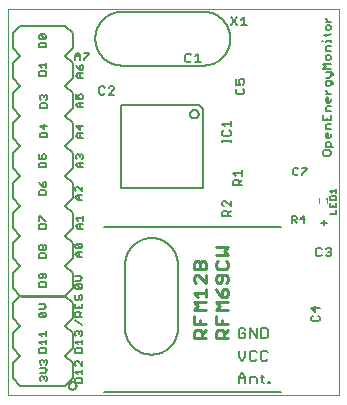
<source format=gto>
G75*
%MOIN*%
%OFA0B0*%
%FSLAX25Y25*%
%IPPOS*%
%LPD*%
%AMOC8*
5,1,8,0,0,1.08239X$1,22.5*
%
%ADD10C,0.00000*%
%ADD11C,0.00600*%
%ADD12C,0.01000*%
%ADD13C,0.00500*%
%ADD14C,0.00400*%
%ADD15R,0.00886X0.00984*%
%ADD16C,0.00700*%
%ADD17C,0.00800*%
D10*
X0001900Y0001794D02*
X0001900Y0130534D01*
X0112136Y0130534D01*
X0112136Y0001794D01*
X0001900Y0001794D01*
D11*
X0005900Y0004975D02*
X0003400Y0007475D01*
X0003400Y0012475D01*
X0005900Y0014975D01*
X0003400Y0017475D01*
X0003400Y0022475D01*
X0005900Y0024975D01*
X0003400Y0027475D01*
X0003400Y0032475D01*
X0005900Y0034975D01*
X0003400Y0037475D01*
X0003400Y0042475D01*
X0005900Y0044975D01*
X0003400Y0047475D01*
X0003400Y0052475D01*
X0005900Y0054975D01*
X0003400Y0057475D01*
X0003400Y0062475D01*
X0005900Y0064975D01*
X0003400Y0067475D01*
X0003400Y0072475D01*
X0005900Y0074975D01*
X0003400Y0077475D01*
X0003400Y0082475D01*
X0005900Y0084975D01*
X0003400Y0087475D01*
X0003400Y0092475D01*
X0005900Y0094975D01*
X0003400Y0097475D01*
X0003400Y0102475D01*
X0005900Y0104975D01*
X0003400Y0107475D01*
X0003400Y0112475D01*
X0005900Y0114975D01*
X0003400Y0117475D01*
X0003400Y0122475D01*
X0005900Y0124975D01*
X0020900Y0124975D01*
X0023400Y0122475D01*
X0023400Y0117475D01*
X0020900Y0114975D01*
X0023400Y0112475D01*
X0023400Y0107475D01*
X0020900Y0104975D01*
X0023400Y0102475D01*
X0023400Y0097475D01*
X0020900Y0094975D01*
X0023400Y0092475D01*
X0023400Y0087475D01*
X0020900Y0084975D01*
X0023400Y0082475D01*
X0023400Y0077475D01*
X0020900Y0074975D01*
X0023400Y0072475D01*
X0023400Y0067475D01*
X0020900Y0064975D01*
X0023400Y0062475D01*
X0023400Y0057475D01*
X0020900Y0054975D01*
X0023400Y0052475D01*
X0023400Y0047475D01*
X0020900Y0044975D01*
X0023400Y0042475D01*
X0023400Y0037475D01*
X0020900Y0034975D01*
X0023400Y0032475D01*
X0023400Y0027475D01*
X0020900Y0024975D01*
X0023400Y0022475D01*
X0023400Y0017475D01*
X0020900Y0014975D01*
X0023400Y0012475D01*
X0023400Y0007475D01*
X0020900Y0004975D01*
X0005900Y0004975D01*
X0012448Y0006925D02*
X0012448Y0007726D01*
X0012848Y0008126D01*
X0013249Y0008126D01*
X0013649Y0007726D01*
X0014049Y0008126D01*
X0014450Y0008126D01*
X0014850Y0007726D01*
X0014850Y0006925D01*
X0014450Y0006525D01*
X0013649Y0007325D02*
X0013649Y0007726D01*
X0012848Y0006525D02*
X0012448Y0006925D01*
X0012448Y0009287D02*
X0014049Y0009287D01*
X0014850Y0010088D01*
X0014049Y0010889D01*
X0012448Y0010889D01*
X0012848Y0012050D02*
X0012448Y0012450D01*
X0012448Y0013251D01*
X0012848Y0013651D01*
X0013249Y0013651D01*
X0013649Y0013251D01*
X0014049Y0013651D01*
X0014450Y0013651D01*
X0014850Y0013251D01*
X0014850Y0012450D01*
X0014450Y0012050D01*
X0013649Y0012850D02*
X0013649Y0013251D01*
X0014600Y0016025D02*
X0012198Y0016025D01*
X0012198Y0017226D01*
X0012598Y0017626D01*
X0014200Y0017626D01*
X0014600Y0017226D01*
X0014600Y0016025D01*
X0014600Y0018787D02*
X0014600Y0020389D01*
X0014600Y0019588D02*
X0012198Y0019588D01*
X0012999Y0018787D01*
X0012999Y0021550D02*
X0012198Y0022350D01*
X0014600Y0022350D01*
X0014600Y0021550D02*
X0014600Y0023151D01*
X0014200Y0027775D02*
X0012598Y0027775D01*
X0012198Y0028175D01*
X0012198Y0028976D01*
X0012598Y0029376D01*
X0014200Y0027775D01*
X0014600Y0028175D01*
X0014600Y0028976D01*
X0014200Y0029376D01*
X0012598Y0029376D01*
X0012198Y0030537D02*
X0013799Y0030537D01*
X0014600Y0031338D01*
X0013799Y0032139D01*
X0012198Y0032139D01*
X0012198Y0038025D02*
X0012198Y0039226D01*
X0012598Y0039626D01*
X0014200Y0039626D01*
X0014600Y0039226D01*
X0014600Y0038025D01*
X0012198Y0038025D01*
X0012598Y0040787D02*
X0012999Y0040787D01*
X0013399Y0041187D01*
X0013399Y0042389D01*
X0014200Y0042389D02*
X0012598Y0042389D01*
X0012198Y0041988D01*
X0012198Y0041187D01*
X0012598Y0040787D01*
X0014200Y0040787D02*
X0014600Y0041187D01*
X0014600Y0041988D01*
X0014200Y0042389D01*
X0014600Y0047525D02*
X0012198Y0047525D01*
X0012198Y0048726D01*
X0012598Y0049126D01*
X0014200Y0049126D01*
X0014600Y0048726D01*
X0014600Y0047525D01*
X0014200Y0050287D02*
X0013799Y0050287D01*
X0013399Y0050687D01*
X0013399Y0051488D01*
X0013799Y0051889D01*
X0014200Y0051889D01*
X0014600Y0051488D01*
X0014600Y0050687D01*
X0014200Y0050287D01*
X0013399Y0050687D02*
X0012999Y0050287D01*
X0012598Y0050287D01*
X0012198Y0050687D01*
X0012198Y0051488D01*
X0012598Y0051889D01*
X0012999Y0051889D01*
X0013399Y0051488D01*
X0012198Y0057275D02*
X0014600Y0057275D01*
X0014600Y0058476D01*
X0014200Y0058876D01*
X0012598Y0058876D01*
X0012198Y0058476D01*
X0012198Y0057275D01*
X0012198Y0060037D02*
X0012198Y0061639D01*
X0012598Y0061639D01*
X0014200Y0060037D01*
X0014600Y0060037D01*
X0014600Y0068525D02*
X0012198Y0068525D01*
X0012198Y0069726D01*
X0012598Y0070126D01*
X0014200Y0070126D01*
X0014600Y0069726D01*
X0014600Y0068525D01*
X0014200Y0071287D02*
X0013399Y0071287D01*
X0013399Y0072488D01*
X0013799Y0072889D01*
X0014200Y0072889D01*
X0014600Y0072488D01*
X0014600Y0071687D01*
X0014200Y0071287D01*
X0013399Y0071287D02*
X0012598Y0072088D01*
X0012198Y0072889D01*
X0012198Y0077775D02*
X0012198Y0078976D01*
X0012598Y0079376D01*
X0014200Y0079376D01*
X0014600Y0078976D01*
X0014600Y0077775D01*
X0012198Y0077775D01*
X0012198Y0080537D02*
X0013399Y0080537D01*
X0012999Y0081338D01*
X0012999Y0081738D01*
X0013399Y0082139D01*
X0014200Y0082139D01*
X0014600Y0081738D01*
X0014600Y0080937D01*
X0014200Y0080537D01*
X0012198Y0080537D02*
X0012198Y0082139D01*
X0012448Y0087775D02*
X0012448Y0088976D01*
X0012848Y0089376D01*
X0014450Y0089376D01*
X0014850Y0088976D01*
X0014850Y0087775D01*
X0012448Y0087775D01*
X0013649Y0090537D02*
X0013649Y0092139D01*
X0014850Y0091738D02*
X0012448Y0091738D01*
X0013649Y0090537D01*
X0012448Y0097525D02*
X0014850Y0097525D01*
X0014850Y0098726D01*
X0014450Y0099126D01*
X0012848Y0099126D01*
X0012448Y0098726D01*
X0012448Y0097525D01*
X0012848Y0100287D02*
X0012448Y0100687D01*
X0012448Y0101488D01*
X0012848Y0101889D01*
X0013249Y0101889D01*
X0013649Y0101488D01*
X0014049Y0101889D01*
X0014450Y0101889D01*
X0014850Y0101488D01*
X0014850Y0100687D01*
X0014450Y0100287D01*
X0013649Y0101088D02*
X0013649Y0101488D01*
X0014600Y0108275D02*
X0012198Y0108275D01*
X0012198Y0109476D01*
X0012598Y0109876D01*
X0014200Y0109876D01*
X0014600Y0109476D01*
X0014600Y0108275D01*
X0014600Y0111037D02*
X0014600Y0112639D01*
X0014600Y0111838D02*
X0012198Y0111838D01*
X0012999Y0111037D01*
X0012198Y0117775D02*
X0012198Y0118976D01*
X0012598Y0119376D01*
X0014200Y0119376D01*
X0014600Y0118976D01*
X0014600Y0117775D01*
X0012198Y0117775D01*
X0012598Y0120537D02*
X0012198Y0120937D01*
X0012198Y0121738D01*
X0012598Y0122139D01*
X0014200Y0120537D01*
X0014600Y0120937D01*
X0014600Y0121738D01*
X0014200Y0122139D01*
X0012598Y0122139D01*
X0012598Y0120537D02*
X0014200Y0120537D01*
X0024300Y0115176D02*
X0024300Y0113575D01*
X0024300Y0114776D02*
X0025901Y0114776D01*
X0025901Y0115176D02*
X0025101Y0115977D01*
X0024300Y0115176D01*
X0025901Y0115176D02*
X0025901Y0113575D01*
X0027062Y0113575D02*
X0027062Y0113975D01*
X0028664Y0115577D01*
X0028664Y0115977D01*
X0027062Y0115977D01*
X0026450Y0111889D02*
X0026049Y0111889D01*
X0025649Y0111488D01*
X0025649Y0110287D01*
X0026450Y0110287D01*
X0026850Y0110687D01*
X0026850Y0111488D01*
X0026450Y0111889D01*
X0024848Y0111088D02*
X0025649Y0110287D01*
X0024848Y0111088D02*
X0024448Y0111889D01*
X0025249Y0109126D02*
X0026850Y0109126D01*
X0025649Y0109126D02*
X0025649Y0107525D01*
X0025249Y0107525D02*
X0024448Y0108325D01*
X0025249Y0109126D01*
X0025249Y0107525D02*
X0026850Y0107525D01*
X0026450Y0102139D02*
X0025649Y0102139D01*
X0025249Y0101738D01*
X0025249Y0101338D01*
X0025649Y0100537D01*
X0024448Y0100537D01*
X0024448Y0102139D01*
X0026450Y0102139D02*
X0026850Y0101738D01*
X0026850Y0100937D01*
X0026450Y0100537D01*
X0026850Y0099376D02*
X0025249Y0099376D01*
X0024448Y0098575D01*
X0025249Y0097775D01*
X0026850Y0097775D01*
X0025649Y0097775D02*
X0025649Y0099376D01*
X0025649Y0091889D02*
X0025649Y0090287D01*
X0024448Y0091488D01*
X0026850Y0091488D01*
X0026850Y0089126D02*
X0025249Y0089126D01*
X0024448Y0088325D01*
X0025249Y0087525D01*
X0026850Y0087525D01*
X0025649Y0087525D02*
X0025649Y0089126D01*
X0025249Y0082139D02*
X0024848Y0082139D01*
X0024448Y0081738D01*
X0024448Y0080937D01*
X0024848Y0080537D01*
X0025649Y0081338D02*
X0025649Y0081738D01*
X0026049Y0082139D01*
X0026450Y0082139D01*
X0026850Y0081738D01*
X0026850Y0080937D01*
X0026450Y0080537D01*
X0026850Y0079376D02*
X0025249Y0079376D01*
X0024448Y0078575D01*
X0025249Y0077775D01*
X0026850Y0077775D01*
X0025649Y0077775D02*
X0025649Y0079376D01*
X0025649Y0081738D02*
X0025249Y0082139D01*
X0024999Y0071389D02*
X0024598Y0071389D01*
X0024198Y0070988D01*
X0024198Y0070187D01*
X0024598Y0069787D01*
X0024999Y0068626D02*
X0026600Y0068626D01*
X0026600Y0069787D02*
X0024999Y0071389D01*
X0026600Y0071389D02*
X0026600Y0069787D01*
X0025399Y0068626D02*
X0025399Y0067025D01*
X0024999Y0067025D02*
X0024198Y0067825D01*
X0024999Y0068626D01*
X0024999Y0067025D02*
X0026600Y0067025D01*
X0026850Y0061639D02*
X0026850Y0060037D01*
X0026850Y0060838D02*
X0024448Y0060838D01*
X0025249Y0060037D01*
X0025249Y0058876D02*
X0026850Y0058876D01*
X0025649Y0058876D02*
X0025649Y0057275D01*
X0025249Y0057275D02*
X0024448Y0058075D01*
X0025249Y0058876D01*
X0025249Y0057275D02*
X0026850Y0057275D01*
X0026200Y0052389D02*
X0024598Y0052389D01*
X0026200Y0050787D01*
X0026600Y0051187D01*
X0026600Y0051988D01*
X0026200Y0052389D01*
X0024598Y0052389D02*
X0024198Y0051988D01*
X0024198Y0051187D01*
X0024598Y0050787D01*
X0026200Y0050787D01*
X0026600Y0049626D02*
X0024999Y0049626D01*
X0024198Y0048825D01*
X0024999Y0048025D01*
X0026600Y0048025D01*
X0025399Y0048025D02*
X0025399Y0049626D01*
X0025799Y0041639D02*
X0024198Y0041639D01*
X0025799Y0041639D02*
X0026600Y0040838D01*
X0025799Y0040037D01*
X0024198Y0040037D01*
X0024598Y0038876D02*
X0026200Y0037275D01*
X0026600Y0037675D01*
X0026600Y0038476D01*
X0026200Y0038876D01*
X0024598Y0038876D01*
X0024198Y0038476D01*
X0024198Y0037675D01*
X0024598Y0037275D01*
X0026200Y0037275D01*
X0026200Y0035163D02*
X0026600Y0034763D01*
X0026600Y0033962D01*
X0026200Y0033562D01*
X0025399Y0033962D02*
X0025399Y0034763D01*
X0025799Y0035163D01*
X0026200Y0035163D01*
X0025399Y0033962D02*
X0024999Y0033562D01*
X0024598Y0033562D01*
X0024198Y0033962D01*
X0024198Y0034763D01*
X0024598Y0035163D01*
X0024198Y0032401D02*
X0024198Y0030800D01*
X0026600Y0030800D01*
X0026600Y0032401D01*
X0025399Y0031600D02*
X0025399Y0030800D01*
X0025399Y0029639D02*
X0024598Y0029639D01*
X0024198Y0029238D01*
X0024198Y0028037D01*
X0026600Y0028037D01*
X0025799Y0028037D02*
X0025799Y0029238D01*
X0025399Y0029639D01*
X0025799Y0028838D02*
X0026600Y0029639D01*
X0024198Y0026876D02*
X0026600Y0025275D01*
X0026200Y0023151D02*
X0026600Y0022751D01*
X0026600Y0021950D01*
X0026200Y0021550D01*
X0025399Y0022350D02*
X0025399Y0022751D01*
X0025799Y0023151D01*
X0026200Y0023151D01*
X0025399Y0022751D02*
X0024999Y0023151D01*
X0024598Y0023151D01*
X0024198Y0022751D01*
X0024198Y0021950D01*
X0024598Y0021550D01*
X0024198Y0019588D02*
X0026600Y0019588D01*
X0026600Y0018787D02*
X0026600Y0020389D01*
X0024999Y0018787D02*
X0024198Y0019588D01*
X0024598Y0017626D02*
X0024198Y0017226D01*
X0024198Y0016025D01*
X0026600Y0016025D01*
X0026600Y0017226D01*
X0026200Y0017626D01*
X0024598Y0017626D01*
X0024598Y0013151D02*
X0024198Y0012751D01*
X0024198Y0011950D01*
X0024598Y0011550D01*
X0024598Y0013151D02*
X0024999Y0013151D01*
X0026600Y0011550D01*
X0026600Y0013151D01*
X0026600Y0010389D02*
X0026600Y0008787D01*
X0026600Y0009588D02*
X0024198Y0009588D01*
X0024999Y0008787D01*
X0024598Y0007626D02*
X0024198Y0007226D01*
X0024198Y0006025D01*
X0026600Y0006025D01*
X0026600Y0007226D01*
X0026200Y0007626D01*
X0024598Y0007626D01*
X0078700Y0007476D02*
X0080969Y0007476D01*
X0080969Y0008043D02*
X0079834Y0009178D01*
X0078700Y0008043D01*
X0078700Y0005775D01*
X0080969Y0005775D02*
X0080969Y0008043D01*
X0082383Y0008043D02*
X0082383Y0005775D01*
X0082383Y0008043D02*
X0084085Y0008043D01*
X0084652Y0007476D01*
X0084652Y0005775D01*
X0086633Y0006342D02*
X0087201Y0005775D01*
X0086633Y0006342D02*
X0086633Y0008611D01*
X0086066Y0008043D02*
X0087201Y0008043D01*
X0088522Y0006342D02*
X0089089Y0006342D01*
X0089089Y0005775D01*
X0088522Y0005775D01*
X0088522Y0006342D01*
X0087768Y0013275D02*
X0086633Y0013275D01*
X0086066Y0013842D01*
X0086066Y0016111D01*
X0086633Y0016678D01*
X0087768Y0016678D01*
X0088335Y0016111D01*
X0088335Y0013842D02*
X0087768Y0013275D01*
X0084652Y0013842D02*
X0084085Y0013275D01*
X0082950Y0013275D01*
X0082383Y0013842D01*
X0082383Y0016111D01*
X0082950Y0016678D01*
X0084085Y0016678D01*
X0084652Y0016111D01*
X0084652Y0020775D02*
X0084652Y0024178D01*
X0086066Y0024178D02*
X0087768Y0024178D01*
X0088335Y0023611D01*
X0088335Y0021342D01*
X0087768Y0020775D01*
X0086066Y0020775D01*
X0086066Y0024178D01*
X0082383Y0024178D02*
X0082383Y0020775D01*
X0080969Y0021342D02*
X0080401Y0020775D01*
X0079267Y0020775D01*
X0078700Y0021342D01*
X0078700Y0023611D01*
X0079267Y0024178D01*
X0080401Y0024178D01*
X0080969Y0023611D01*
X0080969Y0022476D02*
X0079834Y0022476D01*
X0080969Y0022476D02*
X0080969Y0021342D01*
X0082383Y0024178D02*
X0084652Y0020775D01*
X0080969Y0016678D02*
X0080969Y0014409D01*
X0079834Y0013275D01*
X0078700Y0014409D01*
X0078700Y0016678D01*
X0096375Y0059325D02*
X0096375Y0061727D01*
X0097576Y0061727D01*
X0097977Y0061327D01*
X0097977Y0060526D01*
X0097576Y0060125D01*
X0096375Y0060125D01*
X0097176Y0060125D02*
X0097977Y0059325D01*
X0099138Y0060526D02*
X0100739Y0060526D01*
X0100339Y0059325D02*
X0100339Y0061727D01*
X0099138Y0060526D01*
X0106272Y0059395D02*
X0108007Y0059395D01*
X0107140Y0060262D02*
X0107140Y0058527D01*
X0099712Y0075175D02*
X0099712Y0075575D01*
X0101314Y0077177D01*
X0101314Y0077577D01*
X0099712Y0077577D01*
X0098551Y0077177D02*
X0098151Y0077577D01*
X0097350Y0077577D01*
X0096950Y0077177D01*
X0096950Y0075575D01*
X0097350Y0075175D01*
X0098151Y0075175D01*
X0098551Y0075575D01*
X0106798Y0082109D02*
X0107231Y0081675D01*
X0108966Y0081675D01*
X0109400Y0082109D01*
X0109400Y0082976D01*
X0108966Y0083410D01*
X0107231Y0083410D01*
X0106798Y0082976D01*
X0106798Y0082109D01*
X0107665Y0084621D02*
X0107665Y0085922D01*
X0108099Y0086356D01*
X0108966Y0086356D01*
X0109400Y0085922D01*
X0109400Y0084621D01*
X0110267Y0084621D02*
X0107665Y0084621D01*
X0108099Y0087568D02*
X0107665Y0088002D01*
X0107665Y0088869D01*
X0108099Y0089303D01*
X0108533Y0089303D01*
X0108533Y0087568D01*
X0108966Y0087568D02*
X0108099Y0087568D01*
X0108966Y0087568D02*
X0109400Y0088002D01*
X0109400Y0088869D01*
X0109400Y0090514D02*
X0107665Y0090514D01*
X0107665Y0091815D01*
X0108099Y0092249D01*
X0109400Y0092249D01*
X0109400Y0093461D02*
X0109400Y0095196D01*
X0109400Y0096407D02*
X0107665Y0096407D01*
X0107665Y0097709D01*
X0108099Y0098142D01*
X0109400Y0098142D01*
X0108966Y0099354D02*
X0108099Y0099354D01*
X0107665Y0099788D01*
X0107665Y0100655D01*
X0108099Y0101089D01*
X0108533Y0101089D01*
X0108533Y0099354D01*
X0108966Y0099354D02*
X0109400Y0099788D01*
X0109400Y0100655D01*
X0109400Y0102300D02*
X0107665Y0102300D01*
X0108533Y0102300D02*
X0107665Y0103168D01*
X0107665Y0103602D01*
X0108099Y0104756D02*
X0108966Y0104756D01*
X0109400Y0105190D01*
X0109400Y0106491D01*
X0109834Y0106491D02*
X0107665Y0106491D01*
X0107665Y0105190D01*
X0108099Y0104756D01*
X0110267Y0105623D02*
X0110267Y0106057D01*
X0109834Y0106491D01*
X0108966Y0107702D02*
X0109400Y0108136D01*
X0109400Y0109437D01*
X0109834Y0109437D02*
X0107665Y0109437D01*
X0106798Y0110649D02*
X0107665Y0111516D01*
X0106798Y0112384D01*
X0109400Y0112384D01*
X0108966Y0113595D02*
X0108099Y0113595D01*
X0107665Y0114029D01*
X0107665Y0114897D01*
X0108099Y0115330D01*
X0108966Y0115330D01*
X0109400Y0114897D01*
X0109400Y0114029D01*
X0108966Y0113595D01*
X0109400Y0110649D02*
X0106798Y0110649D01*
X0107665Y0107702D02*
X0108966Y0107702D01*
X0110267Y0108570D02*
X0110267Y0109003D01*
X0109834Y0109437D01*
X0109400Y0116542D02*
X0107665Y0116542D01*
X0107665Y0117843D01*
X0108099Y0118277D01*
X0109400Y0118277D01*
X0109400Y0119488D02*
X0109400Y0120356D01*
X0109400Y0119922D02*
X0107665Y0119922D01*
X0107665Y0119488D01*
X0106798Y0119922D02*
X0106364Y0119922D01*
X0107665Y0121453D02*
X0107665Y0122320D01*
X0107231Y0121886D02*
X0108966Y0121886D01*
X0109400Y0122320D01*
X0108966Y0123417D02*
X0108099Y0123417D01*
X0107665Y0123851D01*
X0107665Y0124718D01*
X0108099Y0125152D01*
X0108966Y0125152D01*
X0109400Y0124718D01*
X0109400Y0123851D01*
X0108966Y0123417D01*
X0108533Y0126364D02*
X0107665Y0127231D01*
X0107665Y0127665D01*
X0107665Y0126364D02*
X0109400Y0126364D01*
X0106798Y0095196D02*
X0106798Y0093461D01*
X0109400Y0093461D01*
X0108099Y0093461D02*
X0108099Y0094328D01*
X0066949Y0097126D02*
X0066949Y0070926D01*
X0039351Y0070926D01*
X0039351Y0098524D01*
X0065552Y0098524D01*
X0066949Y0097126D01*
X0062536Y0095525D02*
X0062538Y0095600D01*
X0062544Y0095674D01*
X0062554Y0095748D01*
X0062567Y0095821D01*
X0062585Y0095894D01*
X0062606Y0095965D01*
X0062631Y0096036D01*
X0062660Y0096105D01*
X0062693Y0096172D01*
X0062729Y0096237D01*
X0062768Y0096301D01*
X0062810Y0096362D01*
X0062856Y0096421D01*
X0062905Y0096478D01*
X0062957Y0096531D01*
X0063011Y0096582D01*
X0063068Y0096631D01*
X0063128Y0096675D01*
X0063190Y0096717D01*
X0063254Y0096756D01*
X0063320Y0096791D01*
X0063387Y0096822D01*
X0063457Y0096850D01*
X0063527Y0096874D01*
X0063599Y0096895D01*
X0063672Y0096911D01*
X0063745Y0096924D01*
X0063820Y0096933D01*
X0063894Y0096938D01*
X0063969Y0096939D01*
X0064043Y0096936D01*
X0064118Y0096929D01*
X0064191Y0096918D01*
X0064265Y0096904D01*
X0064337Y0096885D01*
X0064408Y0096863D01*
X0064478Y0096837D01*
X0064547Y0096807D01*
X0064613Y0096774D01*
X0064678Y0096737D01*
X0064741Y0096697D01*
X0064802Y0096653D01*
X0064860Y0096607D01*
X0064916Y0096557D01*
X0064969Y0096505D01*
X0065020Y0096450D01*
X0065067Y0096392D01*
X0065111Y0096332D01*
X0065152Y0096269D01*
X0065190Y0096205D01*
X0065224Y0096139D01*
X0065255Y0096070D01*
X0065282Y0096001D01*
X0065305Y0095930D01*
X0065324Y0095858D01*
X0065340Y0095785D01*
X0065352Y0095711D01*
X0065360Y0095637D01*
X0065364Y0095562D01*
X0065364Y0095488D01*
X0065360Y0095413D01*
X0065352Y0095339D01*
X0065340Y0095265D01*
X0065324Y0095192D01*
X0065305Y0095120D01*
X0065282Y0095049D01*
X0065255Y0094980D01*
X0065224Y0094911D01*
X0065190Y0094845D01*
X0065152Y0094781D01*
X0065111Y0094718D01*
X0065067Y0094658D01*
X0065020Y0094600D01*
X0064969Y0094545D01*
X0064916Y0094493D01*
X0064860Y0094443D01*
X0064802Y0094397D01*
X0064741Y0094353D01*
X0064678Y0094313D01*
X0064613Y0094276D01*
X0064547Y0094243D01*
X0064478Y0094213D01*
X0064408Y0094187D01*
X0064337Y0094165D01*
X0064265Y0094146D01*
X0064191Y0094132D01*
X0064118Y0094121D01*
X0064043Y0094114D01*
X0063969Y0094111D01*
X0063894Y0094112D01*
X0063820Y0094117D01*
X0063745Y0094126D01*
X0063672Y0094139D01*
X0063599Y0094155D01*
X0063527Y0094176D01*
X0063457Y0094200D01*
X0063387Y0094228D01*
X0063320Y0094259D01*
X0063254Y0094294D01*
X0063190Y0094333D01*
X0063128Y0094375D01*
X0063068Y0094419D01*
X0063011Y0094468D01*
X0062957Y0094519D01*
X0062905Y0094572D01*
X0062856Y0094629D01*
X0062810Y0094688D01*
X0062768Y0094749D01*
X0062729Y0094813D01*
X0062693Y0094878D01*
X0062660Y0094945D01*
X0062631Y0095014D01*
X0062606Y0095085D01*
X0062585Y0095156D01*
X0062567Y0095229D01*
X0062554Y0095302D01*
X0062544Y0095376D01*
X0062538Y0095450D01*
X0062536Y0095525D01*
D12*
X0071197Y0051167D02*
X0075200Y0051167D01*
X0073866Y0049833D01*
X0075200Y0048498D01*
X0071197Y0048498D01*
X0071864Y0046563D02*
X0071197Y0045896D01*
X0071197Y0044562D01*
X0071864Y0043894D01*
X0074533Y0043894D01*
X0075200Y0044562D01*
X0075200Y0045896D01*
X0074533Y0046563D01*
X0074533Y0041959D02*
X0071864Y0041959D01*
X0071197Y0041292D01*
X0071197Y0039958D01*
X0071864Y0039291D01*
X0072531Y0039291D01*
X0073198Y0039958D01*
X0073198Y0041959D01*
X0074533Y0041959D02*
X0075200Y0041292D01*
X0075200Y0039958D01*
X0074533Y0039291D01*
X0074533Y0037356D02*
X0073866Y0037356D01*
X0073198Y0036688D01*
X0073198Y0034687D01*
X0074533Y0034687D01*
X0075200Y0035354D01*
X0075200Y0036688D01*
X0074533Y0037356D01*
X0071864Y0036021D02*
X0073198Y0034687D01*
X0071864Y0036021D02*
X0071197Y0037356D01*
X0067700Y0037356D02*
X0067700Y0034687D01*
X0067700Y0036021D02*
X0063697Y0036021D01*
X0065031Y0034687D01*
X0063697Y0032752D02*
X0067700Y0032752D01*
X0067700Y0030083D02*
X0063697Y0030083D01*
X0065031Y0031417D01*
X0063697Y0032752D01*
X0063697Y0028148D02*
X0063697Y0025479D01*
X0067700Y0025479D01*
X0067700Y0023544D02*
X0066366Y0022209D01*
X0066366Y0022877D02*
X0065698Y0023544D01*
X0064364Y0023544D01*
X0063697Y0022877D01*
X0063697Y0020875D01*
X0067700Y0020875D01*
X0066366Y0020875D02*
X0066366Y0022877D01*
X0065698Y0025479D02*
X0065698Y0026813D01*
X0071197Y0025479D02*
X0071197Y0028148D01*
X0071197Y0030083D02*
X0072531Y0031417D01*
X0071197Y0032752D01*
X0075200Y0032752D01*
X0075200Y0030083D02*
X0071197Y0030083D01*
X0073198Y0026813D02*
X0073198Y0025479D01*
X0071197Y0025479D02*
X0075200Y0025479D01*
X0075200Y0023544D02*
X0073866Y0022209D01*
X0073866Y0022877D02*
X0073866Y0020875D01*
X0075200Y0020875D02*
X0071197Y0020875D01*
X0071197Y0022877D01*
X0071864Y0023544D01*
X0073198Y0023544D01*
X0073866Y0022877D01*
X0067700Y0039291D02*
X0065031Y0041959D01*
X0064364Y0041959D01*
X0063697Y0041292D01*
X0063697Y0039958D01*
X0064364Y0039291D01*
X0067700Y0039291D02*
X0067700Y0041959D01*
X0067700Y0043894D02*
X0067700Y0045896D01*
X0067033Y0046563D01*
X0066366Y0046563D01*
X0065698Y0045896D01*
X0065698Y0043894D01*
X0065698Y0045896D02*
X0065031Y0046563D01*
X0064364Y0046563D01*
X0063697Y0045896D01*
X0063697Y0043894D01*
X0067700Y0043894D01*
X0020900Y0034975D02*
X0006150Y0034975D01*
D13*
X0022150Y0004975D02*
X0022152Y0005045D01*
X0022158Y0005115D01*
X0022168Y0005184D01*
X0022181Y0005253D01*
X0022199Y0005321D01*
X0022220Y0005388D01*
X0022245Y0005453D01*
X0022274Y0005517D01*
X0022306Y0005580D01*
X0022342Y0005640D01*
X0022381Y0005698D01*
X0022423Y0005754D01*
X0022468Y0005808D01*
X0022516Y0005859D01*
X0022567Y0005907D01*
X0022621Y0005952D01*
X0022677Y0005994D01*
X0022735Y0006033D01*
X0022795Y0006069D01*
X0022858Y0006101D01*
X0022922Y0006130D01*
X0022987Y0006155D01*
X0023054Y0006176D01*
X0023122Y0006194D01*
X0023191Y0006207D01*
X0023260Y0006217D01*
X0023330Y0006223D01*
X0023400Y0006225D01*
X0023470Y0006223D01*
X0023540Y0006217D01*
X0023609Y0006207D01*
X0023678Y0006194D01*
X0023746Y0006176D01*
X0023813Y0006155D01*
X0023878Y0006130D01*
X0023942Y0006101D01*
X0024005Y0006069D01*
X0024065Y0006033D01*
X0024123Y0005994D01*
X0024179Y0005952D01*
X0024233Y0005907D01*
X0024284Y0005859D01*
X0024332Y0005808D01*
X0024377Y0005754D01*
X0024419Y0005698D01*
X0024458Y0005640D01*
X0024494Y0005580D01*
X0024526Y0005517D01*
X0024555Y0005453D01*
X0024580Y0005388D01*
X0024601Y0005321D01*
X0024619Y0005253D01*
X0024632Y0005184D01*
X0024642Y0005115D01*
X0024648Y0005045D01*
X0024650Y0004975D01*
X0024648Y0004905D01*
X0024642Y0004835D01*
X0024632Y0004766D01*
X0024619Y0004697D01*
X0024601Y0004629D01*
X0024580Y0004562D01*
X0024555Y0004497D01*
X0024526Y0004433D01*
X0024494Y0004370D01*
X0024458Y0004310D01*
X0024419Y0004252D01*
X0024377Y0004196D01*
X0024332Y0004142D01*
X0024284Y0004091D01*
X0024233Y0004043D01*
X0024179Y0003998D01*
X0024123Y0003956D01*
X0024065Y0003917D01*
X0024005Y0003881D01*
X0023942Y0003849D01*
X0023878Y0003820D01*
X0023813Y0003795D01*
X0023746Y0003774D01*
X0023678Y0003756D01*
X0023609Y0003743D01*
X0023540Y0003733D01*
X0023470Y0003727D01*
X0023400Y0003725D01*
X0023330Y0003727D01*
X0023260Y0003733D01*
X0023191Y0003743D01*
X0023122Y0003756D01*
X0023054Y0003774D01*
X0022987Y0003795D01*
X0022922Y0003820D01*
X0022858Y0003849D01*
X0022795Y0003881D01*
X0022735Y0003917D01*
X0022677Y0003956D01*
X0022621Y0003998D01*
X0022567Y0004043D01*
X0022516Y0004091D01*
X0022468Y0004142D01*
X0022423Y0004196D01*
X0022381Y0004252D01*
X0022342Y0004310D01*
X0022306Y0004370D01*
X0022274Y0004433D01*
X0022245Y0004497D01*
X0022220Y0004562D01*
X0022199Y0004629D01*
X0022181Y0004697D01*
X0022168Y0004766D01*
X0022158Y0004835D01*
X0022152Y0004905D01*
X0022150Y0004975D01*
X0033872Y0002916D02*
X0092928Y0002916D01*
X0058400Y0025475D02*
X0058400Y0045475D01*
X0058397Y0045688D01*
X0058390Y0045901D01*
X0058377Y0046114D01*
X0058359Y0046326D01*
X0058335Y0046538D01*
X0058307Y0046749D01*
X0058273Y0046959D01*
X0058234Y0047169D01*
X0058191Y0047378D01*
X0058142Y0047585D01*
X0058088Y0047791D01*
X0058029Y0047996D01*
X0057965Y0048199D01*
X0057896Y0048401D01*
X0057823Y0048601D01*
X0057744Y0048799D01*
X0057661Y0048995D01*
X0057573Y0049189D01*
X0057480Y0049381D01*
X0057382Y0049570D01*
X0057280Y0049757D01*
X0057174Y0049942D01*
X0057063Y0050124D01*
X0056947Y0050303D01*
X0056828Y0050479D01*
X0056704Y0050653D01*
X0056576Y0050823D01*
X0056443Y0050990D01*
X0056307Y0051154D01*
X0056167Y0051314D01*
X0056023Y0051471D01*
X0055875Y0051624D01*
X0055723Y0051774D01*
X0055568Y0051920D01*
X0055409Y0052062D01*
X0055247Y0052201D01*
X0055082Y0052335D01*
X0054913Y0052465D01*
X0054741Y0052591D01*
X0054566Y0052713D01*
X0054389Y0052831D01*
X0054208Y0052944D01*
X0054025Y0053053D01*
X0053839Y0053157D01*
X0053651Y0053257D01*
X0053460Y0053352D01*
X0053267Y0053442D01*
X0053072Y0053528D01*
X0052875Y0053609D01*
X0052676Y0053685D01*
X0052475Y0053756D01*
X0052273Y0053823D01*
X0052069Y0053884D01*
X0051863Y0053940D01*
X0051656Y0053992D01*
X0051448Y0054038D01*
X0051239Y0054079D01*
X0051029Y0054116D01*
X0050819Y0054147D01*
X0050607Y0054173D01*
X0050395Y0054193D01*
X0050182Y0054209D01*
X0049970Y0054219D01*
X0049757Y0054224D01*
X0049543Y0054224D01*
X0049330Y0054219D01*
X0049118Y0054209D01*
X0048905Y0054193D01*
X0048693Y0054173D01*
X0048481Y0054147D01*
X0048271Y0054116D01*
X0048061Y0054079D01*
X0047852Y0054038D01*
X0047644Y0053992D01*
X0047437Y0053940D01*
X0047231Y0053884D01*
X0047027Y0053823D01*
X0046825Y0053756D01*
X0046624Y0053685D01*
X0046425Y0053609D01*
X0046228Y0053528D01*
X0046033Y0053442D01*
X0045840Y0053352D01*
X0045649Y0053257D01*
X0045461Y0053157D01*
X0045275Y0053053D01*
X0045092Y0052944D01*
X0044911Y0052831D01*
X0044734Y0052713D01*
X0044559Y0052591D01*
X0044387Y0052465D01*
X0044218Y0052335D01*
X0044053Y0052201D01*
X0043891Y0052062D01*
X0043732Y0051920D01*
X0043577Y0051774D01*
X0043425Y0051624D01*
X0043277Y0051471D01*
X0043133Y0051314D01*
X0042993Y0051154D01*
X0042857Y0050990D01*
X0042724Y0050823D01*
X0042596Y0050653D01*
X0042472Y0050479D01*
X0042353Y0050303D01*
X0042237Y0050124D01*
X0042126Y0049942D01*
X0042020Y0049757D01*
X0041918Y0049570D01*
X0041820Y0049381D01*
X0041727Y0049189D01*
X0041639Y0048995D01*
X0041556Y0048799D01*
X0041477Y0048601D01*
X0041404Y0048401D01*
X0041335Y0048199D01*
X0041271Y0047996D01*
X0041212Y0047791D01*
X0041158Y0047585D01*
X0041109Y0047378D01*
X0041066Y0047169D01*
X0041027Y0046959D01*
X0040993Y0046749D01*
X0040965Y0046538D01*
X0040941Y0046326D01*
X0040923Y0046114D01*
X0040910Y0045901D01*
X0040903Y0045688D01*
X0040900Y0045475D01*
X0040900Y0025475D01*
X0040872Y0025261D01*
X0040849Y0025046D01*
X0040832Y0024830D01*
X0040820Y0024614D01*
X0040813Y0024398D01*
X0040811Y0024182D01*
X0040815Y0023965D01*
X0040824Y0023749D01*
X0040838Y0023534D01*
X0040858Y0023318D01*
X0040882Y0023103D01*
X0040913Y0022889D01*
X0040948Y0022676D01*
X0040988Y0022463D01*
X0041034Y0022252D01*
X0041085Y0022042D01*
X0041141Y0021833D01*
X0041202Y0021625D01*
X0041268Y0021420D01*
X0041339Y0021215D01*
X0041415Y0021013D01*
X0041496Y0020812D01*
X0041582Y0020614D01*
X0041673Y0020418D01*
X0041769Y0020224D01*
X0041869Y0020032D01*
X0041974Y0019843D01*
X0042083Y0019656D01*
X0042197Y0019473D01*
X0042316Y0019292D01*
X0042439Y0019114D01*
X0042566Y0018939D01*
X0042697Y0018767D01*
X0042833Y0018599D01*
X0042973Y0018434D01*
X0043116Y0018272D01*
X0043264Y0018114D01*
X0043415Y0017960D01*
X0043570Y0017809D01*
X0043729Y0017662D01*
X0043891Y0017519D01*
X0044057Y0017380D01*
X0044226Y0017246D01*
X0044399Y0017115D01*
X0044574Y0016989D01*
X0044753Y0016867D01*
X0044934Y0016749D01*
X0045119Y0016636D01*
X0045306Y0016527D01*
X0045495Y0016423D01*
X0045687Y0016324D01*
X0045882Y0016229D01*
X0046079Y0016140D01*
X0046277Y0016055D01*
X0046478Y0015975D01*
X0046681Y0015900D01*
X0046886Y0015829D01*
X0047092Y0015764D01*
X0047300Y0015704D01*
X0047509Y0015649D01*
X0047719Y0015599D01*
X0047931Y0015555D01*
X0048144Y0015515D01*
X0048357Y0015481D01*
X0048571Y0015452D01*
X0048786Y0015428D01*
X0049002Y0015410D01*
X0049218Y0015397D01*
X0049434Y0015389D01*
X0049650Y0015386D01*
X0049866Y0015389D01*
X0050082Y0015397D01*
X0050298Y0015410D01*
X0050514Y0015428D01*
X0050729Y0015452D01*
X0050943Y0015481D01*
X0051156Y0015515D01*
X0051369Y0015555D01*
X0051581Y0015599D01*
X0051791Y0015649D01*
X0052000Y0015704D01*
X0052208Y0015764D01*
X0052414Y0015829D01*
X0052619Y0015900D01*
X0052822Y0015975D01*
X0053023Y0016055D01*
X0053221Y0016140D01*
X0053418Y0016229D01*
X0053613Y0016324D01*
X0053805Y0016423D01*
X0053994Y0016527D01*
X0054181Y0016636D01*
X0054366Y0016749D01*
X0054547Y0016867D01*
X0054726Y0016989D01*
X0054901Y0017115D01*
X0055074Y0017246D01*
X0055243Y0017380D01*
X0055409Y0017519D01*
X0055571Y0017662D01*
X0055730Y0017809D01*
X0055885Y0017960D01*
X0056036Y0018114D01*
X0056184Y0018272D01*
X0056327Y0018434D01*
X0056467Y0018599D01*
X0056603Y0018767D01*
X0056734Y0018939D01*
X0056861Y0019114D01*
X0056984Y0019292D01*
X0057103Y0019473D01*
X0057217Y0019656D01*
X0057326Y0019843D01*
X0057431Y0020032D01*
X0057531Y0020224D01*
X0057627Y0020418D01*
X0057718Y0020614D01*
X0057804Y0020812D01*
X0057885Y0021013D01*
X0057961Y0021215D01*
X0058032Y0021420D01*
X0058098Y0021625D01*
X0058159Y0021833D01*
X0058215Y0022042D01*
X0058266Y0022252D01*
X0058312Y0022463D01*
X0058352Y0022676D01*
X0058387Y0022889D01*
X0058418Y0023103D01*
X0058442Y0023318D01*
X0058462Y0023534D01*
X0058476Y0023749D01*
X0058485Y0023965D01*
X0058489Y0024182D01*
X0058487Y0024398D01*
X0058480Y0024614D01*
X0058468Y0024830D01*
X0058451Y0025046D01*
X0058428Y0025261D01*
X0058400Y0025475D01*
X0033872Y0058034D02*
X0092928Y0058034D01*
X0109085Y0062204D02*
X0111087Y0062204D01*
X0111087Y0063538D01*
X0111087Y0064506D02*
X0111087Y0065840D01*
X0111087Y0066808D02*
X0111087Y0067809D01*
X0110753Y0068142D01*
X0109419Y0068142D01*
X0109085Y0067809D01*
X0109085Y0066808D01*
X0111087Y0066808D01*
X0110086Y0065173D02*
X0110086Y0064506D01*
X0109085Y0064506D02*
X0109085Y0065840D01*
X0109085Y0064506D02*
X0111087Y0064506D01*
X0111087Y0069110D02*
X0111087Y0070444D01*
X0111087Y0069777D02*
X0109085Y0069777D01*
X0109753Y0069110D01*
D14*
X0108278Y0067512D02*
X0108278Y0065937D01*
X0105522Y0065937D02*
X0105522Y0067512D01*
D15*
X0108032Y0067217D03*
D16*
X0108140Y0051027D02*
X0109074Y0051027D01*
X0109541Y0050560D01*
X0109541Y0050093D01*
X0109074Y0049626D01*
X0109541Y0049159D01*
X0109541Y0048692D01*
X0109074Y0048225D01*
X0108140Y0048225D01*
X0107673Y0048692D01*
X0108607Y0049626D02*
X0109074Y0049626D01*
X0107673Y0050560D02*
X0108140Y0051027D01*
X0106318Y0050560D02*
X0105851Y0051027D01*
X0104917Y0051027D01*
X0104450Y0050560D01*
X0104450Y0048692D01*
X0104917Y0048225D01*
X0105851Y0048225D01*
X0106318Y0048692D01*
X0104249Y0031516D02*
X0104249Y0029648D01*
X0102848Y0031049D01*
X0105650Y0031049D01*
X0105183Y0028293D02*
X0105650Y0027826D01*
X0105650Y0026892D01*
X0105183Y0026425D01*
X0103315Y0026425D01*
X0102848Y0026892D01*
X0102848Y0027826D01*
X0103315Y0028293D01*
X0076000Y0061525D02*
X0073198Y0061525D01*
X0073198Y0062926D01*
X0073665Y0063393D01*
X0074599Y0063393D01*
X0075066Y0062926D01*
X0075066Y0061525D01*
X0075066Y0062459D02*
X0076000Y0063393D01*
X0076000Y0064748D02*
X0074132Y0066616D01*
X0073665Y0066616D01*
X0073198Y0066149D01*
X0073198Y0065215D01*
X0073665Y0064748D01*
X0076000Y0064748D02*
X0076000Y0066616D01*
X0076948Y0071775D02*
X0076948Y0073176D01*
X0077415Y0073643D01*
X0078349Y0073643D01*
X0078816Y0073176D01*
X0078816Y0071775D01*
X0078816Y0072709D02*
X0079750Y0073643D01*
X0079750Y0074998D02*
X0079750Y0076866D01*
X0079750Y0075932D02*
X0076948Y0075932D01*
X0077882Y0074998D01*
X0076948Y0071775D02*
X0079750Y0071775D01*
X0076050Y0086081D02*
X0076050Y0087015D01*
X0076050Y0086548D02*
X0073248Y0086548D01*
X0073248Y0086081D02*
X0073248Y0087015D01*
X0073715Y0088229D02*
X0075583Y0088229D01*
X0076050Y0088696D01*
X0076050Y0089630D01*
X0075583Y0090098D01*
X0076050Y0091452D02*
X0076050Y0093320D01*
X0076050Y0092386D02*
X0073248Y0092386D01*
X0074182Y0091452D01*
X0073715Y0090098D02*
X0073248Y0089630D01*
X0073248Y0088696D01*
X0073715Y0088229D01*
X0078215Y0102129D02*
X0080083Y0102129D01*
X0080550Y0102596D01*
X0080550Y0103530D01*
X0080083Y0103998D01*
X0080083Y0105352D02*
X0080550Y0105819D01*
X0080550Y0106753D01*
X0080083Y0107220D01*
X0079149Y0107220D01*
X0078682Y0106753D01*
X0078682Y0106286D01*
X0079149Y0105352D01*
X0077748Y0105352D01*
X0077748Y0107220D01*
X0078215Y0103998D02*
X0077748Y0103530D01*
X0077748Y0102596D01*
X0078215Y0102129D01*
X0066041Y0112875D02*
X0064173Y0112875D01*
X0065107Y0112875D02*
X0065107Y0115677D01*
X0064173Y0114743D01*
X0062818Y0115210D02*
X0062351Y0115677D01*
X0061417Y0115677D01*
X0060950Y0115210D01*
X0060950Y0113342D01*
X0061417Y0112875D01*
X0062351Y0112875D01*
X0062818Y0113342D01*
X0076250Y0125075D02*
X0078118Y0127877D01*
X0079473Y0126943D02*
X0080407Y0127877D01*
X0080407Y0125075D01*
X0079473Y0125075D02*
X0081341Y0125075D01*
X0078118Y0125075D02*
X0076250Y0127877D01*
X0037296Y0104310D02*
X0036828Y0104777D01*
X0035894Y0104777D01*
X0035427Y0104310D01*
X0037296Y0104310D02*
X0037296Y0103843D01*
X0035427Y0101975D01*
X0037296Y0101975D01*
X0034073Y0102442D02*
X0033606Y0101975D01*
X0032672Y0101975D01*
X0032205Y0102442D01*
X0032205Y0104310D01*
X0032672Y0104777D01*
X0033606Y0104777D01*
X0034073Y0104310D01*
D17*
X0039900Y0111725D02*
X0066900Y0111725D01*
X0067119Y0111728D01*
X0067338Y0111736D01*
X0067557Y0111749D01*
X0067775Y0111768D01*
X0067993Y0111792D01*
X0068210Y0111821D01*
X0068427Y0111855D01*
X0068642Y0111895D01*
X0068857Y0111940D01*
X0069070Y0111991D01*
X0069282Y0112046D01*
X0069493Y0112107D01*
X0069702Y0112172D01*
X0069909Y0112243D01*
X0070115Y0112319D01*
X0070319Y0112400D01*
X0070521Y0112485D01*
X0070720Y0112576D01*
X0070917Y0112671D01*
X0071112Y0112772D01*
X0071305Y0112877D01*
X0071495Y0112986D01*
X0071682Y0113100D01*
X0071866Y0113219D01*
X0072047Y0113342D01*
X0072225Y0113470D01*
X0072401Y0113602D01*
X0072572Y0113738D01*
X0072741Y0113878D01*
X0072906Y0114022D01*
X0073067Y0114170D01*
X0073225Y0114322D01*
X0073379Y0114478D01*
X0073529Y0114638D01*
X0073676Y0114801D01*
X0073818Y0114968D01*
X0073956Y0115138D01*
X0074090Y0115312D01*
X0074220Y0115488D01*
X0074345Y0115668D01*
X0074466Y0115851D01*
X0074582Y0116037D01*
X0074694Y0116225D01*
X0074801Y0116416D01*
X0074904Y0116610D01*
X0075002Y0116806D01*
X0075095Y0117004D01*
X0075183Y0117205D01*
X0075266Y0117408D01*
X0075345Y0117613D01*
X0075418Y0117819D01*
X0075486Y0118027D01*
X0075549Y0118237D01*
X0075607Y0118449D01*
X0075660Y0118661D01*
X0075708Y0118875D01*
X0075750Y0119090D01*
X0075787Y0119306D01*
X0075819Y0119523D01*
X0075846Y0119741D01*
X0075867Y0119959D01*
X0075883Y0120177D01*
X0075894Y0120396D01*
X0075899Y0120615D01*
X0075899Y0120835D01*
X0075894Y0121054D01*
X0075883Y0121273D01*
X0075867Y0121491D01*
X0075846Y0121709D01*
X0075819Y0121927D01*
X0075787Y0122144D01*
X0075750Y0122360D01*
X0075708Y0122575D01*
X0075660Y0122789D01*
X0075607Y0123001D01*
X0075549Y0123213D01*
X0075486Y0123423D01*
X0075418Y0123631D01*
X0075345Y0123837D01*
X0075266Y0124042D01*
X0075183Y0124245D01*
X0075095Y0124446D01*
X0075002Y0124644D01*
X0074904Y0124840D01*
X0074801Y0125034D01*
X0074694Y0125225D01*
X0074582Y0125413D01*
X0074466Y0125599D01*
X0074345Y0125782D01*
X0074220Y0125962D01*
X0074090Y0126138D01*
X0073956Y0126312D01*
X0073818Y0126482D01*
X0073676Y0126649D01*
X0073529Y0126812D01*
X0073379Y0126972D01*
X0073225Y0127128D01*
X0073067Y0127280D01*
X0072906Y0127428D01*
X0072741Y0127572D01*
X0072572Y0127712D01*
X0072401Y0127848D01*
X0072225Y0127980D01*
X0072047Y0128108D01*
X0071866Y0128231D01*
X0071682Y0128350D01*
X0071495Y0128464D01*
X0071305Y0128573D01*
X0071112Y0128678D01*
X0070917Y0128779D01*
X0070720Y0128874D01*
X0070521Y0128965D01*
X0070319Y0129050D01*
X0070115Y0129131D01*
X0069909Y0129207D01*
X0069702Y0129278D01*
X0069493Y0129343D01*
X0069282Y0129404D01*
X0069070Y0129459D01*
X0068857Y0129510D01*
X0068642Y0129555D01*
X0068427Y0129595D01*
X0068210Y0129629D01*
X0067993Y0129658D01*
X0067775Y0129682D01*
X0067557Y0129701D01*
X0067338Y0129714D01*
X0067119Y0129722D01*
X0066900Y0129725D01*
X0039900Y0129725D01*
X0039681Y0129722D01*
X0039462Y0129714D01*
X0039243Y0129701D01*
X0039025Y0129682D01*
X0038807Y0129658D01*
X0038590Y0129629D01*
X0038373Y0129595D01*
X0038158Y0129555D01*
X0037943Y0129510D01*
X0037730Y0129459D01*
X0037518Y0129404D01*
X0037307Y0129343D01*
X0037098Y0129278D01*
X0036891Y0129207D01*
X0036685Y0129131D01*
X0036481Y0129050D01*
X0036279Y0128965D01*
X0036080Y0128874D01*
X0035883Y0128779D01*
X0035688Y0128678D01*
X0035495Y0128573D01*
X0035305Y0128464D01*
X0035118Y0128350D01*
X0034934Y0128231D01*
X0034753Y0128108D01*
X0034575Y0127980D01*
X0034399Y0127848D01*
X0034228Y0127712D01*
X0034059Y0127572D01*
X0033894Y0127428D01*
X0033733Y0127280D01*
X0033575Y0127128D01*
X0033421Y0126972D01*
X0033271Y0126812D01*
X0033124Y0126649D01*
X0032982Y0126482D01*
X0032844Y0126312D01*
X0032710Y0126138D01*
X0032580Y0125962D01*
X0032455Y0125782D01*
X0032334Y0125599D01*
X0032218Y0125413D01*
X0032106Y0125225D01*
X0031999Y0125034D01*
X0031896Y0124840D01*
X0031798Y0124644D01*
X0031705Y0124446D01*
X0031617Y0124245D01*
X0031534Y0124042D01*
X0031455Y0123837D01*
X0031382Y0123631D01*
X0031314Y0123423D01*
X0031251Y0123213D01*
X0031193Y0123001D01*
X0031140Y0122789D01*
X0031092Y0122575D01*
X0031050Y0122360D01*
X0031013Y0122144D01*
X0030981Y0121927D01*
X0030954Y0121709D01*
X0030933Y0121491D01*
X0030917Y0121273D01*
X0030906Y0121054D01*
X0030901Y0120835D01*
X0030901Y0120615D01*
X0030906Y0120396D01*
X0030917Y0120177D01*
X0030933Y0119959D01*
X0030954Y0119741D01*
X0030981Y0119523D01*
X0031013Y0119306D01*
X0031050Y0119090D01*
X0031092Y0118875D01*
X0031140Y0118661D01*
X0031193Y0118449D01*
X0031251Y0118237D01*
X0031314Y0118027D01*
X0031382Y0117819D01*
X0031455Y0117613D01*
X0031534Y0117408D01*
X0031617Y0117205D01*
X0031705Y0117004D01*
X0031798Y0116806D01*
X0031896Y0116610D01*
X0031999Y0116416D01*
X0032106Y0116225D01*
X0032218Y0116037D01*
X0032334Y0115851D01*
X0032455Y0115668D01*
X0032580Y0115488D01*
X0032710Y0115312D01*
X0032844Y0115138D01*
X0032982Y0114968D01*
X0033124Y0114801D01*
X0033271Y0114638D01*
X0033421Y0114478D01*
X0033575Y0114322D01*
X0033733Y0114170D01*
X0033894Y0114022D01*
X0034059Y0113878D01*
X0034228Y0113738D01*
X0034399Y0113602D01*
X0034575Y0113470D01*
X0034753Y0113342D01*
X0034934Y0113219D01*
X0035118Y0113100D01*
X0035305Y0112986D01*
X0035495Y0112877D01*
X0035688Y0112772D01*
X0035883Y0112671D01*
X0036080Y0112576D01*
X0036279Y0112485D01*
X0036481Y0112400D01*
X0036685Y0112319D01*
X0036891Y0112243D01*
X0037098Y0112172D01*
X0037307Y0112107D01*
X0037518Y0112046D01*
X0037730Y0111991D01*
X0037943Y0111940D01*
X0038158Y0111895D01*
X0038373Y0111855D01*
X0038590Y0111821D01*
X0038807Y0111792D01*
X0039025Y0111768D01*
X0039243Y0111749D01*
X0039462Y0111736D01*
X0039681Y0111728D01*
X0039900Y0111725D01*
M02*

</source>
